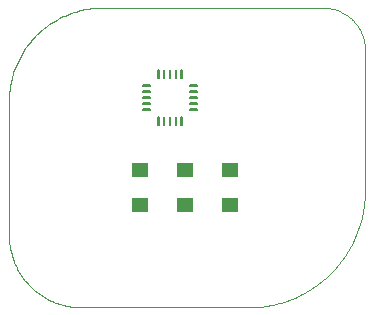
<source format=gtp>
G75*
%MOIN*%
%OFA0B0*%
%FSLAX25Y25*%
%IPPOS*%
%LPD*%
%AMOC8*
5,1,8,0,0,1.08239X$1,22.5*
%
%ADD10C,0.00000*%
%ADD11R,0.05512X0.04724*%
%ADD12C,0.00679*%
D10*
X0032342Y0015582D02*
X0087749Y0015582D01*
X0087749Y0015583D02*
X0088693Y0015594D01*
X0089636Y0015629D01*
X0090578Y0015686D01*
X0091518Y0015765D01*
X0092456Y0015868D01*
X0093391Y0015993D01*
X0094324Y0016140D01*
X0095252Y0016311D01*
X0096176Y0016503D01*
X0097095Y0016718D01*
X0098008Y0016955D01*
X0098915Y0017214D01*
X0099816Y0017494D01*
X0100710Y0017797D01*
X0101597Y0018121D01*
X0102475Y0018466D01*
X0103345Y0018832D01*
X0104205Y0019220D01*
X0105056Y0019628D01*
X0105897Y0020056D01*
X0106727Y0020505D01*
X0107546Y0020973D01*
X0108354Y0021461D01*
X0109149Y0021969D01*
X0109932Y0022496D01*
X0110703Y0023041D01*
X0111459Y0023605D01*
X0112202Y0024187D01*
X0112931Y0024787D01*
X0113645Y0025404D01*
X0114343Y0026038D01*
X0115027Y0026689D01*
X0115694Y0027356D01*
X0116345Y0028040D01*
X0116979Y0028738D01*
X0117596Y0029452D01*
X0118196Y0030181D01*
X0118778Y0030924D01*
X0119342Y0031680D01*
X0119887Y0032451D01*
X0120414Y0033234D01*
X0120922Y0034029D01*
X0121410Y0034837D01*
X0121878Y0035656D01*
X0122327Y0036486D01*
X0122755Y0037327D01*
X0123163Y0038178D01*
X0123551Y0039038D01*
X0123917Y0039908D01*
X0124262Y0040786D01*
X0124586Y0041673D01*
X0124889Y0042567D01*
X0125169Y0043468D01*
X0125428Y0044375D01*
X0125665Y0045288D01*
X0125880Y0046207D01*
X0126072Y0047131D01*
X0126243Y0048059D01*
X0126390Y0048992D01*
X0126515Y0049927D01*
X0126618Y0050865D01*
X0126697Y0051805D01*
X0126754Y0052747D01*
X0126789Y0053690D01*
X0126800Y0054634D01*
X0126800Y0101417D01*
X0126796Y0101757D01*
X0126784Y0102098D01*
X0126763Y0102437D01*
X0126734Y0102777D01*
X0126697Y0103115D01*
X0126652Y0103452D01*
X0126599Y0103789D01*
X0126538Y0104123D01*
X0126468Y0104457D01*
X0126391Y0104788D01*
X0126305Y0105118D01*
X0126212Y0105445D01*
X0126111Y0105770D01*
X0126001Y0106093D01*
X0125885Y0106412D01*
X0125760Y0106729D01*
X0125628Y0107043D01*
X0125488Y0107353D01*
X0125341Y0107660D01*
X0125186Y0107964D01*
X0125025Y0108263D01*
X0124856Y0108559D01*
X0124679Y0108850D01*
X0124496Y0109137D01*
X0124306Y0109419D01*
X0124110Y0109697D01*
X0123906Y0109970D01*
X0123696Y0110238D01*
X0123480Y0110501D01*
X0123257Y0110758D01*
X0123028Y0111010D01*
X0122794Y0111257D01*
X0122553Y0111498D01*
X0122306Y0111732D01*
X0122054Y0111961D01*
X0121797Y0112184D01*
X0121534Y0112400D01*
X0121266Y0112610D01*
X0120993Y0112814D01*
X0120715Y0113010D01*
X0120433Y0113200D01*
X0120146Y0113383D01*
X0119855Y0113560D01*
X0119559Y0113729D01*
X0119260Y0113890D01*
X0118956Y0114045D01*
X0118649Y0114192D01*
X0118339Y0114332D01*
X0118025Y0114464D01*
X0117708Y0114589D01*
X0117389Y0114705D01*
X0117066Y0114815D01*
X0116741Y0114916D01*
X0116414Y0115009D01*
X0116084Y0115095D01*
X0115753Y0115172D01*
X0115419Y0115242D01*
X0115085Y0115303D01*
X0114748Y0115356D01*
X0114411Y0115401D01*
X0114073Y0115438D01*
X0113733Y0115467D01*
X0113394Y0115488D01*
X0113053Y0115500D01*
X0112713Y0115504D01*
X0039260Y0115504D01*
X0038507Y0115495D01*
X0037755Y0115468D01*
X0037003Y0115422D01*
X0036253Y0115359D01*
X0035504Y0115277D01*
X0034758Y0115177D01*
X0034014Y0115059D01*
X0033273Y0114923D01*
X0032536Y0114770D01*
X0031803Y0114599D01*
X0031074Y0114409D01*
X0030350Y0114203D01*
X0029631Y0113979D01*
X0028917Y0113738D01*
X0028210Y0113479D01*
X0027509Y0113204D01*
X0026815Y0112911D01*
X0026129Y0112602D01*
X0025450Y0112277D01*
X0024779Y0111935D01*
X0024116Y0111577D01*
X0023463Y0111203D01*
X0022818Y0110813D01*
X0022183Y0110408D01*
X0021559Y0109988D01*
X0020944Y0109553D01*
X0020340Y0109103D01*
X0019747Y0108638D01*
X0019166Y0108160D01*
X0018596Y0107667D01*
X0018039Y0107161D01*
X0017494Y0106642D01*
X0016961Y0106109D01*
X0016442Y0105564D01*
X0015936Y0105007D01*
X0015443Y0104437D01*
X0014965Y0103856D01*
X0014500Y0103263D01*
X0014050Y0102659D01*
X0013615Y0102044D01*
X0013195Y0101420D01*
X0012790Y0100785D01*
X0012400Y0100140D01*
X0012026Y0099487D01*
X0011668Y0098824D01*
X0011326Y0098153D01*
X0011001Y0097474D01*
X0010692Y0096788D01*
X0010399Y0096094D01*
X0010124Y0095393D01*
X0009865Y0094686D01*
X0009624Y0093972D01*
X0009400Y0093253D01*
X0009194Y0092529D01*
X0009004Y0091800D01*
X0008833Y0091067D01*
X0008680Y0090330D01*
X0008544Y0089589D01*
X0008426Y0088845D01*
X0008326Y0088099D01*
X0008244Y0087350D01*
X0008181Y0086600D01*
X0008135Y0085848D01*
X0008108Y0085096D01*
X0008099Y0084343D01*
X0008099Y0039825D01*
X0008106Y0039230D01*
X0008128Y0038635D01*
X0008165Y0038042D01*
X0008216Y0037449D01*
X0008281Y0036857D01*
X0008361Y0036268D01*
X0008456Y0035680D01*
X0008565Y0035095D01*
X0008688Y0034513D01*
X0008826Y0033934D01*
X0008977Y0033359D01*
X0009143Y0032788D01*
X0009323Y0032220D01*
X0009516Y0031658D01*
X0009723Y0031100D01*
X0009944Y0030548D01*
X0010179Y0030001D01*
X0010427Y0029460D01*
X0010688Y0028925D01*
X0010962Y0028397D01*
X0011248Y0027876D01*
X0011548Y0027362D01*
X0011860Y0026855D01*
X0012185Y0026356D01*
X0012521Y0025866D01*
X0012870Y0025383D01*
X0013230Y0024910D01*
X0013602Y0024445D01*
X0013985Y0023990D01*
X0014379Y0023544D01*
X0014784Y0023108D01*
X0015200Y0022683D01*
X0015625Y0022267D01*
X0016061Y0021862D01*
X0016507Y0021468D01*
X0016962Y0021085D01*
X0017427Y0020713D01*
X0017900Y0020353D01*
X0018383Y0020004D01*
X0018873Y0019668D01*
X0019372Y0019343D01*
X0019879Y0019031D01*
X0020393Y0018731D01*
X0020914Y0018445D01*
X0021442Y0018171D01*
X0021977Y0017910D01*
X0022518Y0017662D01*
X0023065Y0017427D01*
X0023617Y0017206D01*
X0024175Y0016999D01*
X0024737Y0016806D01*
X0025305Y0016626D01*
X0025876Y0016460D01*
X0026451Y0016309D01*
X0027030Y0016171D01*
X0027612Y0016048D01*
X0028197Y0015939D01*
X0028785Y0015844D01*
X0029374Y0015764D01*
X0029966Y0015699D01*
X0030559Y0015648D01*
X0031152Y0015611D01*
X0031747Y0015589D01*
X0032342Y0015582D01*
D11*
X0051800Y0049677D03*
X0051800Y0061488D03*
X0066800Y0061488D03*
X0066800Y0049677D03*
X0081800Y0049677D03*
X0081800Y0061488D03*
D12*
X0065623Y0076472D02*
X0065623Y0078944D01*
X0065851Y0078944D01*
X0065851Y0076472D01*
X0065623Y0076472D01*
X0065623Y0077150D02*
X0065851Y0077150D01*
X0065851Y0077828D02*
X0065623Y0077828D01*
X0065623Y0078506D02*
X0065851Y0078506D01*
X0063655Y0078944D02*
X0063655Y0076472D01*
X0063655Y0078944D02*
X0063883Y0078944D01*
X0063883Y0076472D01*
X0063655Y0076472D01*
X0063655Y0077150D02*
X0063883Y0077150D01*
X0063883Y0077828D02*
X0063655Y0077828D01*
X0063655Y0078506D02*
X0063883Y0078506D01*
X0061686Y0078944D02*
X0061686Y0076472D01*
X0061686Y0078944D02*
X0061914Y0078944D01*
X0061914Y0076472D01*
X0061686Y0076472D01*
X0061686Y0077150D02*
X0061914Y0077150D01*
X0061914Y0077828D02*
X0061686Y0077828D01*
X0061686Y0078506D02*
X0061914Y0078506D01*
X0059717Y0078944D02*
X0059717Y0076472D01*
X0059717Y0078944D02*
X0059945Y0078944D01*
X0059945Y0076472D01*
X0059717Y0076472D01*
X0059717Y0077150D02*
X0059945Y0077150D01*
X0059945Y0077828D02*
X0059717Y0077828D01*
X0059717Y0078506D02*
X0059945Y0078506D01*
X0057749Y0078944D02*
X0057749Y0076472D01*
X0057749Y0078944D02*
X0057977Y0078944D01*
X0057977Y0076472D01*
X0057749Y0076472D01*
X0057749Y0077150D02*
X0057977Y0077150D01*
X0057977Y0077828D02*
X0057749Y0077828D01*
X0057749Y0078506D02*
X0057977Y0078506D01*
X0052690Y0081531D02*
X0052690Y0081759D01*
X0055162Y0081759D01*
X0055162Y0081531D01*
X0052690Y0081531D01*
X0052690Y0083500D02*
X0052690Y0083728D01*
X0055162Y0083728D01*
X0055162Y0083500D01*
X0052690Y0083500D01*
X0052690Y0085468D02*
X0052690Y0085696D01*
X0055162Y0085696D01*
X0055162Y0085468D01*
X0052690Y0085468D01*
X0052690Y0087437D02*
X0052690Y0087665D01*
X0055162Y0087665D01*
X0055162Y0087437D01*
X0052690Y0087437D01*
X0052690Y0089405D02*
X0052690Y0089633D01*
X0055162Y0089633D01*
X0055162Y0089405D01*
X0052690Y0089405D01*
X0057749Y0092220D02*
X0057749Y0094692D01*
X0057977Y0094692D01*
X0057977Y0092220D01*
X0057749Y0092220D01*
X0057749Y0092898D02*
X0057977Y0092898D01*
X0057977Y0093576D02*
X0057749Y0093576D01*
X0057749Y0094254D02*
X0057977Y0094254D01*
X0059717Y0094692D02*
X0059717Y0092220D01*
X0059717Y0094692D02*
X0059945Y0094692D01*
X0059945Y0092220D01*
X0059717Y0092220D01*
X0059717Y0092898D02*
X0059945Y0092898D01*
X0059945Y0093576D02*
X0059717Y0093576D01*
X0059717Y0094254D02*
X0059945Y0094254D01*
X0061686Y0094692D02*
X0061686Y0092220D01*
X0061686Y0094692D02*
X0061914Y0094692D01*
X0061914Y0092220D01*
X0061686Y0092220D01*
X0061686Y0092898D02*
X0061914Y0092898D01*
X0061914Y0093576D02*
X0061686Y0093576D01*
X0061686Y0094254D02*
X0061914Y0094254D01*
X0063655Y0094692D02*
X0063655Y0092220D01*
X0063655Y0094692D02*
X0063883Y0094692D01*
X0063883Y0092220D01*
X0063655Y0092220D01*
X0063655Y0092898D02*
X0063883Y0092898D01*
X0063883Y0093576D02*
X0063655Y0093576D01*
X0063655Y0094254D02*
X0063883Y0094254D01*
X0065623Y0094692D02*
X0065623Y0092220D01*
X0065623Y0094692D02*
X0065851Y0094692D01*
X0065851Y0092220D01*
X0065623Y0092220D01*
X0065623Y0092898D02*
X0065851Y0092898D01*
X0065851Y0093576D02*
X0065623Y0093576D01*
X0065623Y0094254D02*
X0065851Y0094254D01*
X0068438Y0089633D02*
X0068438Y0089405D01*
X0068438Y0089633D02*
X0070910Y0089633D01*
X0070910Y0089405D01*
X0068438Y0089405D01*
X0068438Y0087665D02*
X0068438Y0087437D01*
X0068438Y0087665D02*
X0070910Y0087665D01*
X0070910Y0087437D01*
X0068438Y0087437D01*
X0068438Y0085696D02*
X0068438Y0085468D01*
X0068438Y0085696D02*
X0070910Y0085696D01*
X0070910Y0085468D01*
X0068438Y0085468D01*
X0068438Y0083728D02*
X0068438Y0083500D01*
X0068438Y0083728D02*
X0070910Y0083728D01*
X0070910Y0083500D01*
X0068438Y0083500D01*
X0068438Y0081759D02*
X0068438Y0081531D01*
X0068438Y0081759D02*
X0070910Y0081759D01*
X0070910Y0081531D01*
X0068438Y0081531D01*
M02*

</source>
